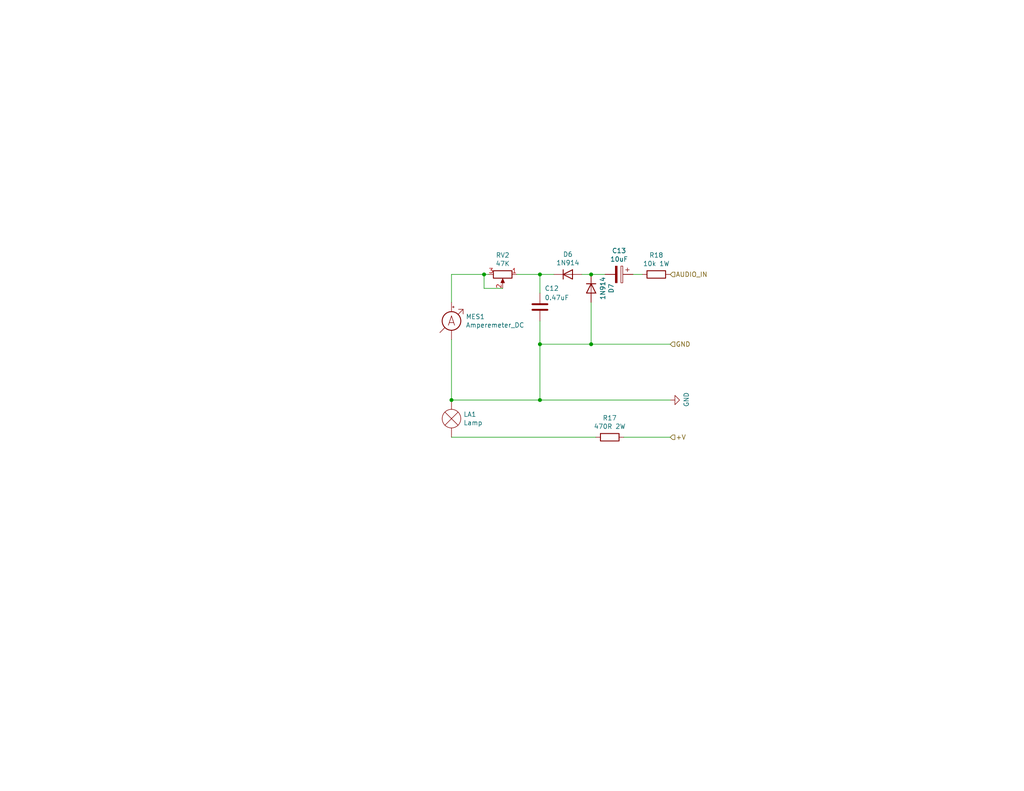
<source format=kicad_sch>
(kicad_sch (version 20230121) (generator eeschema)
  (paper "USLetter")
  (title_block (title "EL CHEAPO") (date "2021-01-05") (rev "0.1") (company "JDC") (comment 1 "Author: John Convertino"))
  (lib_symbols
    (symbol "Device:C" (pin_numbers hide) (pin_names (offset 0.254))
      (property "Reference" "C" (at 0.635 2.54 0))
      (property "Value" "C" (at 0.635 -2.54 0))
      (symbol "C_0_1"
        (polyline (pts (xy -2.032 -0.762) (xy 2.032 -0.762)) (stroke (width 0.508)))
        (polyline (pts (xy -2.032 0.762) (xy 2.032 0.762)) (stroke (width 0.508)))
      )
      (symbol "C_1_1"
        (pin passive line (at 0 3.81 270) (length 2.794) (name "~") (number "1"))
        (pin passive line (at 0 -3.81 90) (length 2.794) (name "~") (number "2"))
      )
    )
    (symbol "Device:D" (pin_numbers hide) (pin_names (offset 1.016) hide)
      (property "Reference" "D" (at 0 2.54 0))
      (property "Value" "D" (at 0 -2.54 0))
      (symbol "D_0_1"
        (polyline (pts (xy -1.27 1.27) (xy -1.27 -1.27)) (stroke (width 0.254)))
        (polyline (pts (xy 1.27 0) (xy -1.27 0)))
        (polyline (pts (xy 1.27 1.27) (xy 1.27 -1.27) (xy -1.27 0) (xy 1.27 1.27)) (stroke (width 0.254)))
      )
      (symbol "D_1_1"
        (pin passive line (at -3.81 0 0) (length 2.54) (name "K") (number "1"))
        (pin passive line (at 3.81 0 180) (length 2.54) (name "A") (number "2"))
      )
    )
    (symbol "Device:Lamp" (pin_numbers hide) (pin_names (offset 0.0254) hide)
      (property "Reference" "LA" (at 0.635 3.81 0))
      (property "Value" "Lamp" (at 0.635 -3.81 0))
      (symbol "Lamp_0_1"
        (polyline (pts (xy -1.778 1.778) (xy 1.778 -1.778)))
        (polyline (pts (xy 1.778 1.778) (xy -1.778 -1.778)))
        (circle (center 0 0) (radius 2.54))
      )
      (symbol "Lamp_1_1"
        (pin passive line (at 0 -5.08 90) (length 2.54) (name "-") (number "1"))
        (pin passive line (at 0 5.08 270) (length 2.54) (name "+") (number "2"))
      )
    )
    (symbol "Device:R" (pin_numbers hide) (pin_names (offset 0))
      (property "Reference" "R" (at 2.032 0 90))
      (property "Value" "R" (at 0 0 90))
      (symbol "R_0_1"
        (rectangle (start -1.016 -2.54) (end 1.016 2.54) (stroke (width 0.254)))
      )
      (symbol "R_1_1"
        (pin passive line (at 0 3.81 270) (length 1.27) (name "~") (number "1"))
        (pin passive line (at 0 -3.81 90) (length 1.27) (name "~") (number "2"))
      )
    )
    (symbol "el_cheapo-rescue:Amperemeter_DC-Device" (pin_numbers hide) (pin_names (offset 0.0254) hide)
      (property "Reference" "MES" (at -3.302 1.016 0))
      (property "Value" "Device_Amperemeter_DC" (at -3.302 -0.762 0))
      (symbol "Amperemeter_DC-Device_0_0"
        (polyline (pts (xy -3.175 -3.175) (xy -1.905 -1.905)))
        (polyline (pts (xy 1.905 1.905) (xy 3.175 3.175)))
        (polyline (pts (xy 1.905 3.175) (xy 3.175 3.175) (xy 3.175 1.905)))
        (text "A" (at 0 0 0) (effects (font (size 2.54 2.54))))
      )
      (symbol "Amperemeter_DC-Device_0_1"
        (polyline (pts (xy 0.254 3.81) (xy 0.762 3.81)))
        (polyline (pts (xy 0.508 4.064) (xy 0.508 3.556)))
        (circle (center 0 0) (radius 2.54) (stroke (width 0.254)))
      )
      (symbol "Amperemeter_DC-Device_1_1"
        (pin passive line (at 0 -5.08 90) (length 2.54) (name "-") (number "1"))
        (pin passive line (at 0 5.08 270) (length 2.54) (name "+") (number "2"))
      )
    )
    (symbol "el_cheapo-rescue:CP-Device" (pin_numbers hide) (pin_names (offset 0.254))
      (property "Reference" "C" (at 0.635 2.54 0))
      (property "Value" "Device_CP" (at 0.635 -2.54 0))
      (symbol "CP-Device_0_1"
        (rectangle (start -2.286 0.508) (end 2.286 1.016))
        (polyline (pts (xy -1.778 2.286) (xy -0.762 2.286)))
        (polyline (pts (xy -1.27 2.794) (xy -1.27 1.778)))
        (rectangle (start 2.286 -0.508) (end -2.286 -1.016) (fill (type outline)))
      )
      (symbol "CP-Device_1_1"
        (pin passive line (at 0 3.81 270) (length 2.794) (name "~") (number "1"))
        (pin passive line (at 0 -3.81 90) (length 2.794) (name "~") (number "2"))
      )
    )
    (symbol "el_cheapo-rescue:R_POT-Device" (pin_names (offset 1.016) hide)
      (property "Reference" "RV" (at -4.445 0 90))
      (property "Value" "Device_R_POT" (at -2.54 0 90))
      (symbol "R_POT-Device_0_1"
        (polyline (pts (xy 2.54 0) (xy 1.524 0)))
        (polyline (pts (xy 1.143 0) (xy 2.286 0.508) (xy 2.286 -0.508) (xy 1.143 0)) (fill (type outline)))
        (rectangle (start 1.016 2.54) (end -1.016 -2.54) (stroke (width 0.254)))
      )
      (symbol "R_POT-Device_1_1"
        (pin passive line (at 0 3.81 270) (length 1.27) (name "1") (number "1"))
        (pin passive line (at 3.81 0 180) (length 1.27) (name "2") (number "2"))
        (pin passive line (at 0 -3.81 90) (length 1.27) (name "3") (number "3"))
      )
    )
    (symbol "power:GND" (power) (pin_names (offset 0))
      (property "Value" "GND" (at 0 -3.81 0))
      (symbol "GND_0_1"
        (polyline (pts (xy 0 0) (xy 0 -1.27) (xy 1.27 -1.27) (xy 0 -2.54) (xy -1.27 -1.27) (xy 0 -1.27)))
      )
      (symbol "GND_1_1"
        (pin power_in line (at 0 0 270) (length 0) hide (name "GND") (number "1"))
      )
    )
  )
  (junction (at 132.08 74.93))
  (junction (at 123.19 109.22))
  (junction (at 161.29 93.98))
  (junction (at 147.32 93.98))
  (junction (at 161.29 74.93))
  (junction (at 147.32 109.22))
  (junction (at 147.32 74.93))
  (wire (pts (xy 147.32 80.01) (xy 147.32 74.93)))
  (wire (pts (xy 147.32 109.22) (xy 182.88 109.22)))
  (wire (pts (xy 147.32 87.63) (xy 147.32 93.98)))
  (wire (pts (xy 161.29 82.55) (xy 161.29 93.98)))
  (wire (pts (xy 158.75 74.93) (xy 161.29 74.93)))
  (wire (pts (xy 123.19 119.38) (xy 162.56 119.38)))
  (wire (pts (xy 132.08 78.74) (xy 132.08 74.93)))
  (wire (pts (xy 175.26 74.93) (xy 172.72 74.93)))
  (wire (pts (xy 123.19 92.71) (xy 123.19 109.22)))
  (wire (pts (xy 123.19 74.93) (xy 123.19 82.55)))
  (wire (pts (xy 133.35 74.93) (xy 132.08 74.93)))
  (wire (pts (xy 140.97 74.93) (xy 147.32 74.93)))
  (wire (pts (xy 147.32 74.93) (xy 151.13 74.93)))
  (wire (pts (xy 161.29 93.98) (xy 182.88 93.98)))
  (wire (pts (xy 123.19 109.22) (xy 147.32 109.22)))
  (wire (pts (xy 147.32 93.98) (xy 161.29 93.98)))
  (wire (pts (xy 170.18 119.38) (xy 182.88 119.38)))
  (wire (pts (xy 137.16 78.74) (xy 132.08 78.74)))
  (wire (pts (xy 147.32 93.98) (xy 147.32 109.22)))
  (wire (pts (xy 132.08 74.93) (xy 123.19 74.93)))
  (wire (pts (xy 161.29 74.93) (xy 165.1 74.93)))
  (hierarchical_label "AUDIO_IN" (shape input) (at 182.88 74.93 0))
  (hierarchical_label "+V" (shape input) (at 182.88 119.38 0))
  (hierarchical_label "GND" (shape input) (at 182.88 93.98 0))
  (symbol (lib_id "Device:D") (at 154.94 74.93 0) (unit 1)
    (property "Reference" "D6" (at 154.94 69.4436 0))
    (property "Value" "1N914" (at 154.94 71.755 0))
    (property "Footprint" "Diode_THT:D_DO-35_SOD27_P7.62mm_Horizontal" (effects hide))
  )
  (symbol (lib_id "Device:C") (at 147.32 83.82 0) (unit 1)
    (property "Reference" "C12" (at 148.59 78.74 0) (effects (justify left)))
    (property "Value" "0.47uF" (at 148.59 81.28 0) (effects (justify left)))
    (property "Footprint" "Capacitor_THT:C_Axial_L22.0mm_D9.5mm_P27.50mm_Horizontal" (effects hide))
  )
  (symbol (lib_id "Device:R") (at 179.07 74.93 270) (unit 1)
    (property "Reference" "R18" (at 179.07 69.6722 90))
    (property "Value" "10k 1W" (at 179.07 71.9836 90))
    (property "Footprint" "Resistor_THT:R_Axial_DIN0411_L9.9mm_D3.6mm_P15.24mm_Horizontal" (effects hide))
  )
  (symbol (lib_id "el_cheapo-rescue:R_POT-Device") (at 137.16 74.93 270) (unit 1)
    (property "Reference" "RV2" (at 137.16 69.6722 90))
    (property "Value" "47K" (at 137.16 71.9836 90))
    (property "Footprint" "Potentiometer_THT:Potentiometer_Piher_PT-6-V_Vertical" (effects hide))
  )
  (symbol (lib_id "el_cheapo-rescue:Amperemeter_DC-Device") (at 123.19 87.63 0) (unit 1)
    (property "Reference" "MES1" (at 127.0762 86.4616 0) (effects (justify left)))
    (property "Value" "Amperemeter_DC" (at 127.0762 88.773 0) (effects (justify left)))
    (property "Footprint" "Connector_PinHeader_2.54mm:PinHeader_1x02_P2.54mm_Vertical" (effects hide))
  )
  (symbol (lib_id "Device:Lamp") (at 123.19 114.3 0) (unit 1)
    (property "Reference" "LA1" (at 126.4412 113.1316 0) (effects (justify left)))
    (property "Value" "Lamp" (at 126.4412 115.443 0) (effects (justify left)))
    (property "Footprint" "Connector_PinHeader_2.54mm:PinHeader_1x02_P2.54mm_Vertical" (effects hide))
  )
  (symbol (lib_id "Device:R") (at 166.37 119.38 270) (unit 1)
    (property "Reference" "R17" (at 166.37 114.1222 90))
    (property "Value" "470R 2W" (at 166.37 116.4336 90))
    (property "Footprint" "Resistor_THT:R_Axial_Power_L25.0mm_W9.0mm_P27.94mm" (effects hide))
  )
  (symbol (lib_id "power:GND") (at 182.88 109.22 90) (unit 1)
    (property "Reference" "#PWR09" (effects hide))
    (property "Value" "GND" (at 187.2742 109.093 0))
  )
  (symbol (lib_id "el_cheapo-rescue:CP-Device") (at 168.91 74.93 270) (unit 1)
    (property "Reference" "C13" (at 168.91 68.453 90))
    (property "Value" "10uF" (at 168.91 70.7644 90))
    (property "Footprint" "Capacitor_THT:CP_Radial_D5.0mm_P2.00mm" (effects hide))
  )
  (symbol (lib_id "Device:D") (at 161.29 78.74 270) (unit 1)
    (property "Reference" "D7" (at 166.7764 78.74 0))
    (property "Value" "1N914" (at 164.465 78.74 0))
    (property "Footprint" "Diode_THT:D_DO-35_SOD27_P7.62mm_Horizontal" (effects hide))
  )
)
</source>
